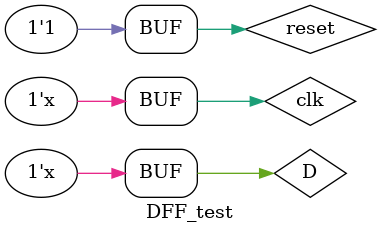
<source format=v>
`timescale 1ns / 1ps


module DFF_test;

	// Inputs
	reg D;
	reg clk;
	reg reset;

	// Outputs
	wire Q;

	// Instantiate the Unit Under Test (UUT)
	DFF uut (
		.Q(Q), 
		.D(D), 
		.clk(clk), 
		.reset(reset)
	);

	initial begin
		// Initialize Inputs
		D = 0;
		clk = 0;
		reset = 1;

		// Wait 100 ns for global reset to finish
		#100;
        
		// Add stimulus here

	end
   always #5 clk=~clk;
	always #10 D=~D;
	
endmodule


</source>
